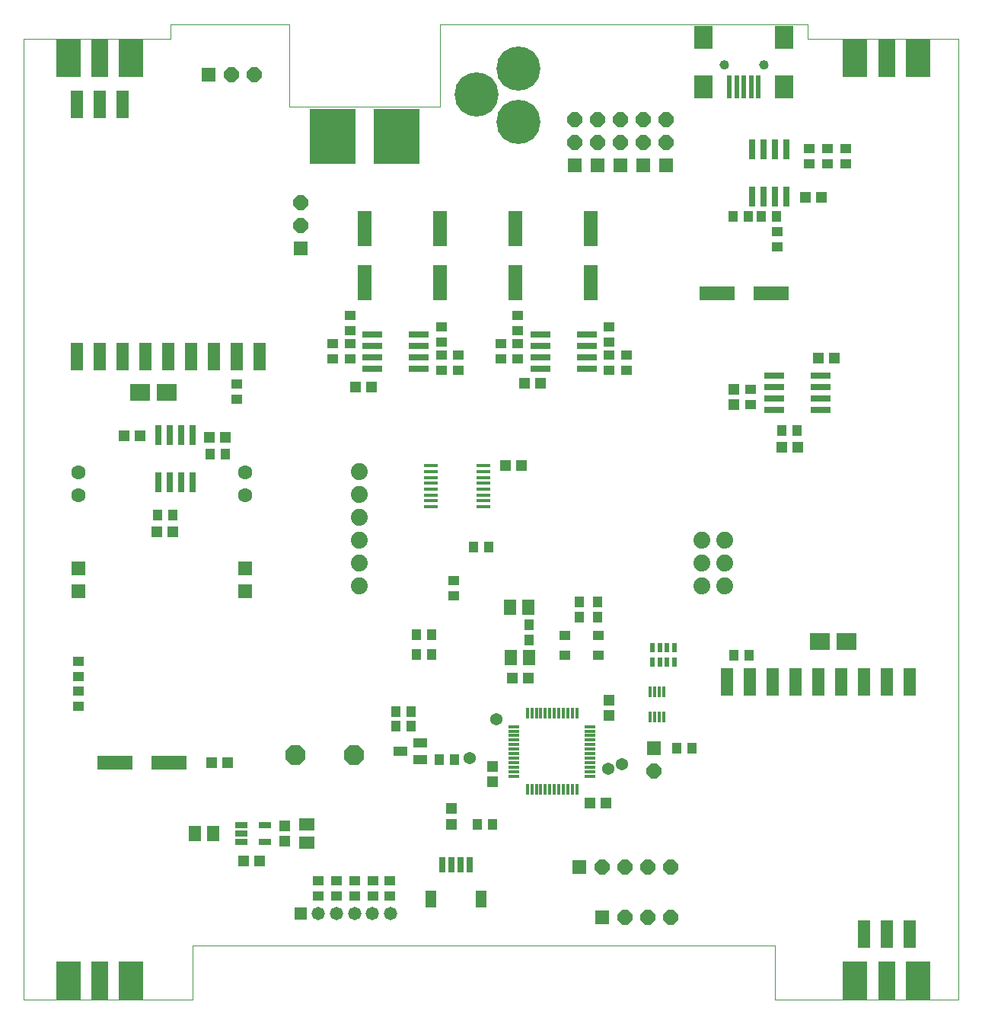
<source format=gts>
G75*
G70*
%OFA0B0*%
%FSLAX24Y24*%
%IPPOS*%
%LPD*%
%AMOC8*
5,1,8,0,0,1.08239X$1,22.5*
%
%ADD10C,0.0000*%
%ADD11R,0.0740X0.1690*%
%ADD12R,0.1090X0.1690*%
%ADD13R,0.0552X0.1221*%
%ADD14R,0.0886X0.0749*%
%ADD15R,0.0906X0.0276*%
%ADD16R,0.0434X0.0473*%
%ADD17R,0.0473X0.0434*%
%ADD18R,0.0453X0.0465*%
%ADD19R,0.0465X0.0453*%
%ADD20R,0.0140X0.0490*%
%ADD21R,0.0490X0.0140*%
%ADD22R,0.0552X0.0670*%
%ADD23R,0.0276X0.0650*%
%ADD24R,0.0512X0.0749*%
%ADD25R,0.0591X0.1536*%
%ADD26R,0.0640X0.0640*%
%ADD27OC8,0.0640*%
%ADD28R,0.0540X0.0260*%
%ADD29R,0.0670X0.0552*%
%ADD30OC8,0.0890*%
%ADD31R,0.0591X0.0434*%
%ADD32R,0.0631X0.0631*%
%ADD33C,0.0631*%
%ADD34R,0.0276X0.0906*%
%ADD35R,0.0620X0.0180*%
%ADD36R,0.1536X0.0591*%
%ADD37C,0.0740*%
%ADD38R,0.0140X0.0500*%
%ADD39R,0.0240X0.0440*%
%ADD40R,0.0580X0.0580*%
%ADD41C,0.0580*%
%ADD42R,0.2009X0.2402*%
%ADD43C,0.1930*%
%ADD44R,0.0512X0.0394*%
%ADD45R,0.0237X0.1024*%
%ADD46R,0.0827X0.1024*%
%ADD47C,0.0394*%
%ADD48C,0.0540*%
D10*
X021939Y006539D02*
X029339Y006539D01*
X029339Y008889D01*
X054839Y008889D01*
X054839Y006539D01*
X062884Y006539D01*
X062884Y048546D01*
X056289Y048546D01*
X056289Y049189D01*
X040189Y049189D01*
X040189Y045589D01*
X033589Y045589D01*
X033589Y049189D01*
X028389Y049189D01*
X028389Y048546D01*
X021939Y048546D01*
X021939Y006539D01*
X023089Y006539D02*
X027489Y006539D01*
X057539Y006539D02*
X061939Y006539D01*
X054179Y047439D02*
X054181Y047465D01*
X054187Y047491D01*
X054197Y047516D01*
X054210Y047539D01*
X054226Y047559D01*
X054246Y047577D01*
X054268Y047592D01*
X054291Y047604D01*
X054317Y047612D01*
X054343Y047616D01*
X054369Y047616D01*
X054395Y047612D01*
X054421Y047604D01*
X054445Y047592D01*
X054466Y047577D01*
X054486Y047559D01*
X054502Y047539D01*
X054515Y047516D01*
X054525Y047491D01*
X054531Y047465D01*
X054533Y047439D01*
X054531Y047413D01*
X054525Y047387D01*
X054515Y047362D01*
X054502Y047339D01*
X054486Y047319D01*
X054466Y047301D01*
X054444Y047286D01*
X054421Y047274D01*
X054395Y047266D01*
X054369Y047262D01*
X054343Y047262D01*
X054317Y047266D01*
X054291Y047274D01*
X054267Y047286D01*
X054246Y047301D01*
X054226Y047319D01*
X054210Y047339D01*
X054197Y047362D01*
X054187Y047387D01*
X054181Y047413D01*
X054179Y047439D01*
X052446Y047439D02*
X052448Y047465D01*
X052454Y047491D01*
X052464Y047516D01*
X052477Y047539D01*
X052493Y047559D01*
X052513Y047577D01*
X052535Y047592D01*
X052558Y047604D01*
X052584Y047612D01*
X052610Y047616D01*
X052636Y047616D01*
X052662Y047612D01*
X052688Y047604D01*
X052712Y047592D01*
X052733Y047577D01*
X052753Y047559D01*
X052769Y047539D01*
X052782Y047516D01*
X052792Y047491D01*
X052798Y047465D01*
X052800Y047439D01*
X052798Y047413D01*
X052792Y047387D01*
X052782Y047362D01*
X052769Y047339D01*
X052753Y047319D01*
X052733Y047301D01*
X052711Y047286D01*
X052688Y047274D01*
X052662Y047266D01*
X052636Y047262D01*
X052610Y047262D01*
X052584Y047266D01*
X052558Y047274D01*
X052534Y047286D01*
X052513Y047301D01*
X052493Y047319D01*
X052477Y047339D01*
X052464Y047362D01*
X052454Y047387D01*
X052448Y047413D01*
X052446Y047439D01*
X057539Y048546D02*
X061939Y048546D01*
X027489Y048546D02*
X023089Y048546D01*
D11*
X025289Y047714D03*
X059739Y047714D03*
X059739Y007372D03*
X025289Y007372D03*
D12*
X023914Y007372D03*
X026665Y007372D03*
X058364Y007372D03*
X061115Y007372D03*
X061115Y047714D03*
X058364Y047714D03*
X026665Y047714D03*
X023914Y047714D03*
D13*
X024272Y045689D03*
X025272Y045689D03*
X026272Y045689D03*
X026272Y034666D03*
X027272Y034666D03*
X028272Y034666D03*
X029272Y034666D03*
X030272Y034666D03*
X031272Y034666D03*
X032272Y034666D03*
X025272Y034666D03*
X024272Y034666D03*
X052756Y020413D03*
X053756Y020413D03*
X054756Y020413D03*
X055756Y020413D03*
X056756Y020413D03*
X057756Y020413D03*
X058756Y020413D03*
X059756Y020413D03*
X060756Y020413D03*
X060756Y009389D03*
X059756Y009389D03*
X058756Y009389D03*
D14*
X057970Y022189D03*
X056809Y022189D03*
X028220Y033089D03*
X027059Y033089D03*
D15*
X037216Y034139D03*
X037216Y034639D03*
X037216Y035139D03*
X037216Y035639D03*
X039263Y035639D03*
X039263Y035139D03*
X039263Y034639D03*
X039263Y034139D03*
X044566Y034139D03*
X044566Y034639D03*
X044566Y035139D03*
X044566Y035639D03*
X046613Y035639D03*
X046613Y035139D03*
X046613Y034639D03*
X046613Y034139D03*
X054816Y033839D03*
X054816Y033339D03*
X054816Y032839D03*
X054816Y032339D03*
X056863Y032339D03*
X056863Y032839D03*
X056863Y033339D03*
X056863Y033839D03*
D16*
X055824Y031439D03*
X055155Y031439D03*
X047089Y023924D03*
X047089Y023255D03*
X046289Y023255D03*
X046289Y023924D03*
X044089Y022924D03*
X044089Y022255D03*
X039824Y022489D03*
X039155Y022489D03*
X039155Y021639D03*
X039824Y021639D03*
X038924Y019139D03*
X038924Y018489D03*
X038255Y018489D03*
X038255Y019139D03*
X040155Y017039D03*
X040824Y017039D03*
X041805Y014189D03*
X042474Y014189D03*
X050555Y017539D03*
X051224Y017539D03*
X053055Y021589D03*
X053724Y021589D03*
X042324Y026339D03*
X041655Y026339D03*
X030774Y030389D03*
X030105Y030389D03*
X028474Y027739D03*
X027805Y027739D03*
X053005Y040789D03*
X053674Y040789D03*
X054255Y040789D03*
X054924Y040789D03*
D17*
X054939Y040124D03*
X054939Y039455D03*
X056339Y043105D03*
X056339Y043774D03*
X057139Y043774D03*
X057139Y043105D03*
X057939Y043105D03*
X057939Y043774D03*
X047589Y035974D03*
X047589Y035305D03*
X047589Y034724D03*
X048339Y034724D03*
X048339Y034055D03*
X047589Y034055D03*
X043589Y034555D03*
X042839Y034555D03*
X042839Y035224D03*
X043589Y035224D03*
X043589Y035805D03*
X043589Y036474D03*
X040989Y034724D03*
X040239Y034724D03*
X040239Y035305D03*
X040239Y035974D03*
X040239Y034055D03*
X040989Y034055D03*
X036239Y034555D03*
X035489Y034555D03*
X035489Y035224D03*
X036239Y035224D03*
X036239Y035805D03*
X036239Y036474D03*
X031289Y033474D03*
X031289Y032805D03*
X040789Y024874D03*
X040789Y024205D03*
X053789Y032555D03*
X053789Y033224D03*
X037989Y011724D03*
X037989Y011055D03*
X037239Y011055D03*
X037239Y011724D03*
X036439Y011724D03*
X036439Y011055D03*
X035639Y011055D03*
X035639Y011724D03*
X034839Y011724D03*
X034839Y011055D03*
X024339Y019355D03*
X024339Y020024D03*
X024339Y020655D03*
X024339Y021324D03*
D18*
X030195Y016889D03*
X030884Y016889D03*
X031595Y012589D03*
X032284Y012589D03*
X043345Y020589D03*
X044034Y020589D03*
X046745Y015139D03*
X047434Y015139D03*
X043734Y029889D03*
X043045Y029889D03*
X043895Y033489D03*
X044584Y033489D03*
X037184Y033339D03*
X036495Y033339D03*
X030784Y031139D03*
X030095Y031139D03*
X027034Y031189D03*
X026345Y031189D03*
X027795Y026989D03*
X028484Y026989D03*
X055145Y030689D03*
X055834Y030689D03*
X056745Y034589D03*
X057434Y034589D03*
X056884Y041639D03*
X056195Y041639D03*
D19*
X053039Y033234D03*
X053039Y032545D03*
X047589Y019634D03*
X047589Y018945D03*
X042489Y016734D03*
X042489Y016045D03*
X040689Y014884D03*
X040689Y014195D03*
X033389Y014134D03*
X033389Y013445D03*
D20*
X044007Y015716D03*
X044204Y015716D03*
X044400Y015716D03*
X044597Y015716D03*
X044794Y015716D03*
X044991Y015716D03*
X045188Y015716D03*
X045385Y015716D03*
X045581Y015716D03*
X045778Y015716D03*
X045975Y015716D03*
X046172Y015716D03*
X046172Y019063D03*
X045975Y019063D03*
X045778Y019063D03*
X045581Y019063D03*
X045385Y019063D03*
X045188Y019063D03*
X044991Y019063D03*
X044794Y019063D03*
X044597Y019063D03*
X044400Y019063D03*
X044204Y019063D03*
X044007Y019063D03*
D21*
X043416Y018472D03*
X043416Y018275D03*
X043416Y018078D03*
X043416Y017881D03*
X043416Y017685D03*
X043416Y017488D03*
X043416Y017291D03*
X043416Y017094D03*
X043416Y016897D03*
X043416Y016700D03*
X043416Y016504D03*
X043416Y016307D03*
X046763Y016307D03*
X046763Y016504D03*
X046763Y016700D03*
X046763Y016897D03*
X046763Y017094D03*
X046763Y017291D03*
X046763Y017488D03*
X046763Y017685D03*
X046763Y017881D03*
X046763Y018078D03*
X046763Y018275D03*
X046763Y018472D03*
D22*
X044083Y021489D03*
X043296Y021489D03*
X043246Y023689D03*
X044033Y023689D03*
X030233Y013789D03*
X029446Y013789D03*
D23*
X040289Y012439D03*
X040683Y012439D03*
X041077Y012439D03*
X041470Y012439D03*
D24*
X041982Y010914D03*
X039778Y010914D03*
D25*
X040189Y037908D03*
X040189Y040270D03*
X036889Y040270D03*
X036889Y037908D03*
X043489Y037908D03*
X043489Y040270D03*
X046789Y040270D03*
X046789Y037908D03*
D26*
X047089Y043039D03*
X046089Y043039D03*
X048089Y043039D03*
X049089Y043039D03*
X050089Y043039D03*
X034089Y039389D03*
X030039Y046989D03*
X049539Y017539D03*
X046289Y012339D03*
X047289Y010139D03*
D27*
X048289Y010139D03*
X049289Y010139D03*
X050289Y010139D03*
X050289Y012339D03*
X049289Y012339D03*
X048289Y012339D03*
X047289Y012339D03*
X049539Y016539D03*
X034089Y040389D03*
X034089Y041389D03*
X032039Y046989D03*
X031039Y046989D03*
X046089Y045039D03*
X047089Y045039D03*
X047089Y044039D03*
X046089Y044039D03*
X048089Y044039D03*
X049089Y044039D03*
X050089Y044039D03*
X050089Y045039D03*
X049089Y045039D03*
X048089Y045039D03*
D28*
X032499Y014159D03*
X032499Y013419D03*
X031479Y013419D03*
X031479Y013789D03*
X031479Y014159D03*
D29*
X034339Y014183D03*
X034339Y013396D03*
D30*
X033859Y017239D03*
X036419Y017239D03*
D31*
X038456Y017389D03*
X039322Y017015D03*
X039322Y017763D03*
D32*
X031639Y024389D03*
X031639Y025389D03*
X024339Y025389D03*
X024339Y024389D03*
D33*
X024339Y028589D03*
X024339Y029589D03*
X031639Y029589D03*
X031639Y028589D03*
D34*
X029339Y029166D03*
X028839Y029166D03*
X028339Y029166D03*
X027839Y029166D03*
X027839Y031213D03*
X028339Y031213D03*
X028839Y031213D03*
X029339Y031213D03*
X053839Y041666D03*
X054339Y041666D03*
X054839Y041666D03*
X055339Y041666D03*
X055339Y043713D03*
X054839Y043713D03*
X054339Y043713D03*
X053839Y043713D03*
D35*
X042089Y029889D03*
X042089Y029629D03*
X042089Y029369D03*
X042089Y029119D03*
X042089Y028859D03*
X042089Y028609D03*
X042089Y028349D03*
X042089Y028089D03*
X039789Y028089D03*
X039789Y028349D03*
X039789Y028609D03*
X039789Y028859D03*
X039789Y029119D03*
X039789Y029369D03*
X039789Y029629D03*
X039789Y029889D03*
D36*
X052308Y037439D03*
X054670Y037439D03*
X028320Y016889D03*
X025958Y016889D03*
D37*
X036639Y024639D03*
X036639Y025639D03*
X036639Y026639D03*
X036639Y027639D03*
X036639Y028639D03*
X036639Y029639D03*
X051639Y026639D03*
X052639Y026639D03*
X052639Y025639D03*
X051639Y025639D03*
X051639Y024639D03*
X052639Y024639D03*
D38*
X049989Y019979D03*
X049789Y019979D03*
X049589Y019979D03*
X049389Y019979D03*
X049389Y018899D03*
X049589Y018899D03*
X049789Y018899D03*
X049989Y018899D03*
D39*
X050124Y021289D03*
X049809Y021289D03*
X049494Y021289D03*
X050439Y021289D03*
X050439Y021939D03*
X050124Y021939D03*
X049809Y021939D03*
X049494Y021939D03*
D40*
X034071Y010289D03*
D41*
X034858Y010289D03*
X035646Y010289D03*
X036433Y010289D03*
X037220Y010289D03*
X038008Y010289D03*
D42*
X038287Y044289D03*
X035492Y044289D03*
D43*
X041778Y046113D03*
X043629Y047255D03*
X043629Y044932D03*
D44*
X045661Y022472D03*
X045661Y021606D03*
X047118Y021606D03*
X047118Y022472D03*
D45*
X052859Y046455D03*
X053174Y046455D03*
X053489Y046455D03*
X053804Y046455D03*
X054119Y046455D03*
D46*
X055261Y046455D03*
X055261Y048620D03*
X051718Y048620D03*
X051718Y046455D03*
D47*
X052623Y047439D03*
X054356Y047439D03*
D48*
X042639Y018789D03*
X041489Y017089D03*
X047539Y016639D03*
X048139Y016839D03*
M02*

</source>
